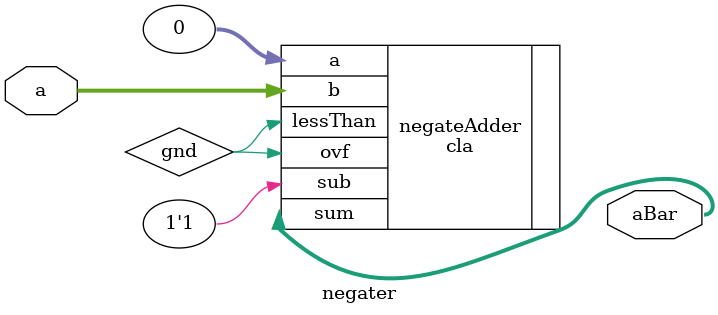
<source format=v>
module divider(data_operandA, data_operandB, clock, res, data_result, data_exception, data_resultRDY);

	input[31:0] data_operandA, data_operandB;
	input clock, res;

	output[31:0] data_result;
	output data_exception, data_resultRDY;

	/**
	* Non-restoring division
	* M always contains the divisor (data_operandB)
	* 
	* Q is initialized to dividend (data_operandA)
	* A is initialized to zero
	* Loop 32 times:
	*     if(A[31] == 0)
	*         A << 1; 
	*         A[0] = Q[31];
	*         Q << 1;
	*         A -= M;
	*     else
	*         A << 1; 
	*         A[0] = Q[31];
	*         Q << 1;
	*         A += M;
	*     end
	*     
	*     if(A[31] == 0)
	*         Q[0] = 1;
	*     else
	*         Q[0] = 0;
	*     end
	*     
	*    if(A[31] == 1)
	*         A += M;
	*    end
	* end
	*/

	wire[31:0] invdata_operandA, invdata_operandB;
	wire[31:0] negdata_operandA, negdata_operandB, negQuotient;
	wire[31:0] divisor, remainder, quotient;
	wire[31:0] dataA, dataQ;
	wire[31:0] midStageA, onExitA, updateQ, updateA;
	wire[5:0] count;
	
	wire initialize, storeAQ;
	wire errorStage1, errorExit;
	wire diffSign, negateQ;
	wire bIsZero, divideByZero;

	//Initialize Q to data_operandA and A to 0
	assign dataQ = initialize ? invdata_operandA : updateQ;
	assign dataA = initialize ? 32'b0         : updateA;

	//Remember M, A, and Q across cycles. Update based on the two stages at bottom
	register m(.data(invdata_operandB), .clock(clock), .enable(initialize), .reset(res), .out(divisor));
	register a(.data(dataA), .clock(clock), .enable(storeAQ), .reset(res), .out(remainder));
	register q(.data(dataQ), .clock(clock), .enable(storeAQ), .reset(res), .out(quotient));

	counter34 counter(.clock(clock), .reset(res), .out(count));

	//Only store multiplier on first cycle
	nor countZero(initialize, count[5], count[4], count[3], count[2], count[1], count[0]);
	
	//Result is ready after 32 cycles or if there is an issue, don't update after that
	and countHigh(data_resultRDY, count[5], ~count[4], ~count[3], ~count[2], ~count[1], count[0]);
	assign storeAQ = ~data_resultRDY;

	//Shift left, add/subtract M
	divisionOp stage1(remainder, divisor, quotient, midStageA, updateQ, errorStage1);

	//On exit, A += M if A < 0
	exitOp onExit(midStageA, divisor, onExitA, errorExit);
	assign updateA = data_resultRDY ? onExitA : midStageA;

	//Negate inputs if they are negative
	negater bNegater(data_operandB, negdata_operandB);
	assign invdata_operandA = data_operandA[31] ? negdata_operandA : data_operandA;

	negater aNegater(data_operandA, negdata_operandA);
	assign invdata_operandB = data_operandB[31] ? negdata_operandB : data_operandB;

	//Negate result if sign bits of inputs differ
	negater resultNegater(quotient, negQuotient);
	xor diffMSB(diffSign, data_operandA[31], data_operandB[31]);
	ecedffe negateResult(.d(diffSign), .clk(clock), .clrn(~res), .ena(initialize), .q(negateQ));
	assign data_result = negateQ ? negQuotient : quotient;

	//Handle divide-by-zero exception on first cycle
	equalZero zeroCheck(data_operandB, bIsZero);
	ecedffe divZero(.d(bIsZero), .clk(clock), .clrn(~res), .ena(initialize), .q(divideByZero));

	//Process overflow
	or overflow(data_exception, errorStage1, errorExit, divideByZero);

endmodule //divider


/*
 * First operation stage: shl, add/subtract M
 */
module divisionOp(a, m, q, newA, newQ, error);

	input[31:0] a, m, q;

	output[31:0] newA, newQ;
	output error;

	wire[31:0] shiftedA, filledA, shiftedQ;
	wire sub;
	wire gnd;

	assign shiftedA = a << 1;
	assign filledA[31:1] = shiftedA[31:1];
	assign filledA[0] = q[31];
	
	assign shiftedQ = q << 1;
	assign newQ[31:1] = shiftedQ[31:1];
	assign newQ[0] = ~newA[31];
	
	assign sub = ~filledA[31];
	cla opAdder(.a(filledA), .b(m), .sub(sub), .sum(newA), .ovf(error), .lessThan(gnd));

endmodule // divisionOp

/**
 * Exit stage: Add back M to A if A is negative
 */
module exitOp(a, m, newA, error);

	input[31:0] a, m;

	output[31:0] newA;
	output error;

	wire[31:0] aNegative;
	wire gnd;
	
	cla restoreAdd(.a(a), .b(m), .sub(1'b0), .sum(aNegative), .ovf(error), .lessThan(gnd));
	assign newA = a[31] ? aNegative : a;

endmodule //exitOp


module negater(a, aBar);

	input[31:0] a;
	output[31:0] aBar;
	wire gnd;

	cla negateAdder(.a(32'd0), .b(a), .sub(1'b1), .sum(aBar), .ovf(gnd), .lessThan(gnd));

endmodule //negater
</source>
